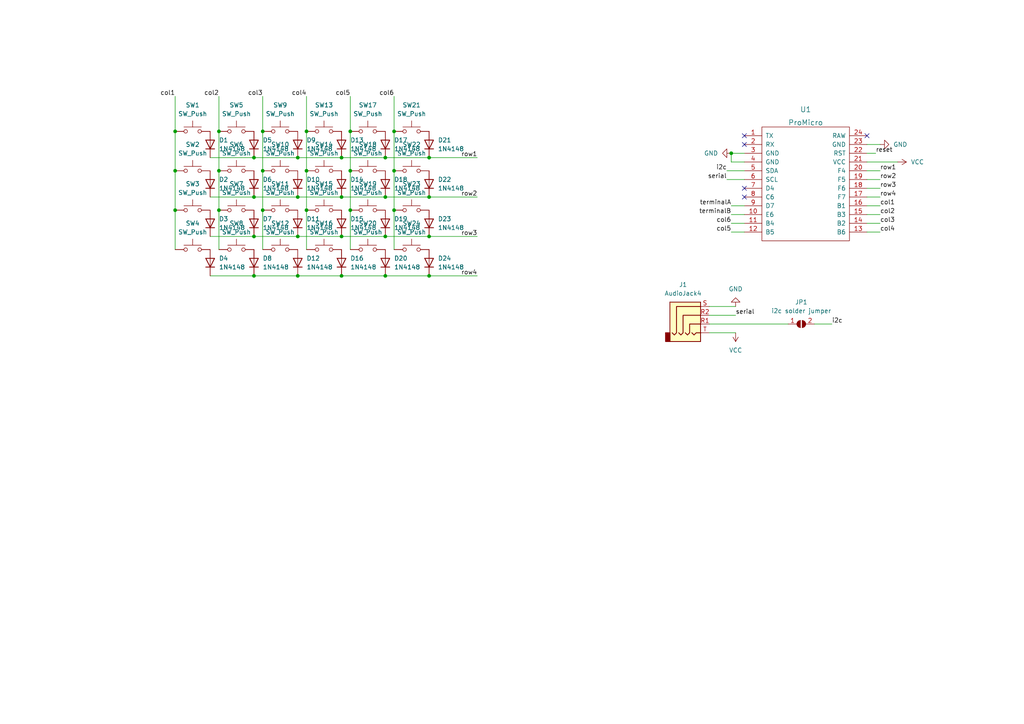
<source format=kicad_sch>
(kicad_sch (version 20211123) (generator eeschema)
  (paper "A4")
  (lib_symbols
    (symbol "Connector:AudioJack4"
      (property "Reference" "J" (at 0 8.89 0))
      (property "Value" "AudioJack4" (at 0 6.35 0))
      (symbol "AudioJack4_0_1"
        (rectangle (start -6.35 -5.08) (end -7.62 -7.62) (stroke (width 0.254)) (fill (type outline)))
        (polyline (pts (xy 0 -5.08) (xy 0.635 -5.715) (xy 1.27 -5.08) (xy 2.54 -5.08)) (stroke (width 0.254)))
        (polyline (pts (xy -5.715 -5.08) (xy -5.08 -5.715) (xy -4.445 -5.08) (xy -4.445 2.54) (xy 2.54 2.54)) (stroke (width 0.254)))
        (polyline (pts (xy -1.905 -5.08) (xy -1.27 -5.715) (xy -0.635 -5.08) (xy -0.635 -2.54) (xy 2.54 -2.54)) (stroke (width 0.254)))
        (polyline (pts (xy 2.54 0) (xy -2.54 0) (xy -2.54 -5.08) (xy -3.175 -5.715) (xy -3.81 -5.08)) (stroke (width 0.254)))
        (rectangle (start 2.54 3.81) (end -6.35 -7.62) (stroke (width 0.254)) (fill (type background)))
      )
      (symbol "AudioJack4_1_1"
        (pin passive line (at 5.08 -2.54 180) (length 2.54) (name "~") (number "R1"))
        (pin passive line (at 5.08 0 180) (length 2.54) (name "~") (number "R2"))
        (pin passive line (at 5.08 2.54 180) (length 2.54) (name "~") (number "S"))
        (pin passive line (at 5.08 -5.08 180) (length 2.54) (name "~") (number "T"))
      )
    )
    (symbol "Diode:1N4148" (pin_numbers hide) (pin_names (offset 1.016) hide)
      (property "Reference" "D" (at 0 2.54 0))
      (property "Value" "1N4148" (at 0 -2.54 0))
      (symbol "1N4148_0_1"
        (polyline (pts (xy -1.27 1.27) (xy -1.27 -1.27)) (stroke (width 0.254)))
        (polyline (pts (xy 1.27 0) (xy -1.27 0)))
        (polyline (pts (xy 1.27 1.27) (xy 1.27 -1.27) (xy -1.27 0) (xy 1.27 1.27)) (stroke (width 0.254)))
      )
      (symbol "1N4148_1_1"
        (pin passive line (at -3.81 0 0) (length 2.54) (name "K") (number "1"))
        (pin passive line (at 3.81 0 180) (length 2.54) (name "A") (number "2"))
      )
    )
    (symbol "Jumper:SolderJumper_2_Open" (pin_names (offset 0) hide)
      (property "Reference" "JP" (at 0 2.032 0))
      (property "Value" "SolderJumper_2_Open" (at 0 -2.54 0))
      (symbol "SolderJumper_2_Open_0_1"
        (arc (start -0.254 1.016) (mid -1.27 0) (end -0.254 -1.016))
        (arc (start -0.254 1.016) (mid -1.27 0) (end -0.254 -1.016) (fill (type outline)))
        (polyline (pts (xy -0.254 1.016) (xy -0.254 -1.016)))
        (polyline (pts (xy 0.254 1.016) (xy 0.254 -1.016)))
        (arc (start 0.254 -1.016) (mid 1.27 0) (end 0.254 1.016))
        (arc (start 0.254 -1.016) (mid 1.27 0) (end 0.254 1.016) (fill (type outline)))
      )
      (symbol "SolderJumper_2_Open_1_1"
        (pin passive line (at -3.81 0 0) (length 2.54) (name "A") (number "1"))
        (pin passive line (at 3.81 0 180) (length 2.54) (name "B") (number "2"))
      )
    )
    (symbol "Switch:SW_Push" (pin_numbers hide) (pin_names (offset 1.016) hide)
      (property "Reference" "SW" (at 1.27 2.54 0))
      (property "Value" "SW_Push" (at 0 -1.524 0))
      (symbol "SW_Push_0_1"
        (circle (center -2.032 0) (radius 0.508))
        (polyline (pts (xy 0 1.27) (xy 0 3.048)))
        (polyline (pts (xy 2.54 1.27) (xy -2.54 1.27)))
        (circle (center 2.032 0) (radius 0.508))
        (pin passive line (at -5.08 0 0) (length 2.54) (name "1") (number "1"))
        (pin passive line (at 5.08 0 180) (length 2.54) (name "2") (number "2"))
      )
    )
    (symbol "notus:ProMicro" (pin_names (offset 1.016))
      (property "Reference" "U" (at 0 24.13 0))
      (property "Value" "ProMicro" (at 0 -13.97 0))
      (symbol "ProMicro_0_1"
        (rectangle (start -12.7 21.59) (end 12.7 -11.43))
      )
      (symbol "ProMicro_1_1"
        (pin bidirectional line (at -17.78 19.05 0) (length 5.08) (name "TX") (number "1"))
        (pin bidirectional line (at -17.78 -3.81 0) (length 5.08) (name "E6") (number "10"))
        (pin bidirectional line (at -17.78 -6.35 0) (length 5.08) (name "B4") (number "11"))
        (pin bidirectional line (at -17.78 -8.89 0) (length 5.08) (name "B5") (number "12"))
        (pin bidirectional line (at 17.78 -8.89 180) (length 5.08) (name "B6") (number "13"))
        (pin bidirectional line (at 17.78 -6.35 180) (length 5.08) (name "B2") (number "14"))
        (pin bidirectional line (at 17.78 -3.81 180) (length 5.08) (name "B3") (number "15"))
        (pin bidirectional line (at 17.78 -1.27 180) (length 5.08) (name "B1") (number "16"))
        (pin bidirectional line (at 17.78 1.27 180) (length 5.08) (name "F7") (number "17"))
        (pin bidirectional line (at 17.78 3.81 180) (length 5.08) (name "F6") (number "18"))
        (pin bidirectional line (at 17.78 6.35 180) (length 5.08) (name "F5") (number "19"))
        (pin bidirectional line (at -17.78 16.51 0) (length 5.08) (name "RX") (number "2"))
        (pin bidirectional line (at 17.78 8.89 180) (length 5.08) (name "F4") (number "20"))
        (pin power_in line (at 17.78 11.43 180) (length 5.08) (name "VCC") (number "21"))
        (pin input line (at 17.78 13.97 180) (length 5.08) (name "RST") (number "22"))
        (pin power_in line (at 17.78 16.51 180) (length 5.08) (name "GND") (number "23"))
        (pin power_out line (at 17.78 19.05 180) (length 5.08) (name "RAW") (number "24"))
        (pin power_in line (at -17.78 13.97 0) (length 5.08) (name "GND") (number "3"))
        (pin power_in line (at -17.78 11.43 0) (length 5.08) (name "GND") (number "4"))
        (pin bidirectional line (at -17.78 8.89 0) (length 5.08) (name "SDA") (number "5"))
        (pin bidirectional line (at -17.78 6.35 0) (length 5.08) (name "SCL") (number "6"))
        (pin bidirectional line (at -17.78 3.81 0) (length 5.08) (name "D4") (number "7"))
        (pin bidirectional line (at -17.78 1.27 0) (length 5.08) (name "C6") (number "8"))
        (pin bidirectional line (at -17.78 -1.27 0) (length 5.08) (name "D7") (number "9"))
      )
    )
    (symbol "power:GND" (power) (pin_names (offset 0))
      (property "Value" "GND" (at 0 -3.81 0))
      (symbol "GND_0_1"
        (polyline (pts (xy 0 0) (xy 0 -1.27) (xy 1.27 -1.27) (xy 0 -2.54) (xy -1.27 -1.27) (xy 0 -1.27)))
      )
      (symbol "GND_1_1"
        (pin power_in line (at 0 0 270) (length 0) hide (name "GND") (number "1"))
      )
    )
    (symbol "power:VCC" (power) (pin_names (offset 0))
      (property "Value" "VCC" (at 0 3.81 0))
      (symbol "VCC_0_1"
        (polyline (pts (xy -0.762 1.27) (xy 0 2.54)))
        (polyline (pts (xy 0 0) (xy 0 2.54)))
        (polyline (pts (xy 0 2.54) (xy 0.762 1.27)))
      )
      (symbol "VCC_1_1"
        (pin power_in line (at 0 0 90) (length 0) hide (name "VCC") (number "1"))
      )
    )
  )
  (junction (at 88.9 49.53))
  (junction (at 114.3 38.1))
  (junction (at 76.2 38.1))
  (junction (at 50.8 38.1))
  (junction (at 124.46 57.15))
  (junction (at 101.6 49.53))
  (junction (at 111.76 45.72))
  (junction (at 88.9 60.96))
  (junction (at 111.76 57.15))
  (junction (at 86.36 45.72))
  (junction (at 50.8 60.96))
  (junction (at 86.36 68.58))
  (junction (at 76.2 60.96))
  (junction (at 99.06 45.72))
  (junction (at 101.6 60.96))
  (junction (at 73.66 80.01))
  (junction (at 86.36 80.01))
  (junction (at 76.2 49.53))
  (junction (at 111.76 68.58))
  (junction (at 99.06 68.58))
  (junction (at 111.76 80.01))
  (junction (at 88.9 38.1))
  (junction (at 99.06 57.15))
  (junction (at 73.66 45.72))
  (junction (at 73.66 57.15))
  (junction (at 124.46 68.58))
  (junction (at 73.66 68.58))
  (junction (at 212.09 44.45))
  (junction (at 114.3 60.96))
  (junction (at 50.8 49.53))
  (junction (at 124.46 80.01))
  (junction (at 124.46 45.72))
  (junction (at 63.5 38.1))
  (junction (at 114.3 49.53))
  (junction (at 101.6 38.1))
  (junction (at 86.36 57.15))
  (junction (at 99.06 80.01))
  (junction (at 63.5 60.96))
  (junction (at 63.5 49.53))
  (no_connect (at 215.9 57.15))
  (no_connect (at 215.9 54.61))
  (no_connect (at 215.9 39.37))
  (no_connect (at 215.9 41.91))
  (no_connect (at 251.46 39.37))
  (wire (pts (xy 210.82 49.53) (xy 215.9 49.53)))
  (wire (pts (xy 99.06 45.72) (xy 111.76 45.72)))
  (wire (pts (xy 251.46 44.45) (xy 254 44.45)))
  (wire (pts (xy 101.6 38.1) (xy 101.6 49.53)))
  (wire (pts (xy 210.82 52.07) (xy 215.9 52.07)))
  (wire (pts (xy 114.3 27.94) (xy 114.3 38.1)))
  (wire (pts (xy 111.76 45.72) (xy 124.46 45.72)))
  (wire (pts (xy 88.9 60.96) (xy 88.9 72.39)))
  (wire (pts (xy 86.36 57.15) (xy 99.06 57.15)))
  (wire (pts (xy 86.36 80.01) (xy 99.06 80.01)))
  (wire (pts (xy 63.5 38.1) (xy 63.5 49.53)))
  (wire (pts (xy 251.46 64.77) (xy 255.27 64.77)))
  (wire (pts (xy 88.9 27.94) (xy 88.9 38.1)))
  (wire (pts (xy 111.76 80.01) (xy 124.46 80.01)))
  (wire (pts (xy 50.8 49.53) (xy 50.8 60.96)))
  (wire (pts (xy 63.5 49.53) (xy 63.5 60.96)))
  (wire (pts (xy 212.09 64.77) (xy 215.9 64.77)))
  (wire (pts (xy 99.06 80.01) (xy 111.76 80.01)))
  (wire (pts (xy 236.22 93.98) (xy 241.3 93.98)))
  (wire (pts (xy 124.46 45.72) (xy 138.43 45.72)))
  (wire (pts (xy 76.2 60.96) (xy 76.2 72.39)))
  (wire (pts (xy 73.66 57.15) (xy 86.36 57.15)))
  (wire (pts (xy 101.6 60.96) (xy 101.6 72.39)))
  (wire (pts (xy 124.46 57.15) (xy 138.43 57.15)))
  (wire (pts (xy 88.9 49.53) (xy 88.9 60.96)))
  (wire (pts (xy 114.3 38.1) (xy 114.3 49.53)))
  (wire (pts (xy 251.46 59.69) (xy 255.27 59.69)))
  (wire (pts (xy 76.2 27.94) (xy 76.2 38.1)))
  (wire (pts (xy 251.46 62.23) (xy 255.27 62.23)))
  (wire (pts (xy 212.09 67.31) (xy 215.9 67.31)))
  (wire (pts (xy 215.9 46.99) (xy 212.09 46.99)))
  (wire (pts (xy 99.06 57.15) (xy 111.76 57.15)))
  (wire (pts (xy 111.76 57.15) (xy 124.46 57.15)))
  (wire (pts (xy 76.2 38.1) (xy 76.2 49.53)))
  (wire (pts (xy 251.46 49.53) (xy 255.27 49.53)))
  (wire (pts (xy 205.74 96.52) (xy 213.36 96.52)))
  (wire (pts (xy 124.46 80.01) (xy 138.43 80.01)))
  (wire (pts (xy 50.8 27.94) (xy 50.8 38.1)))
  (wire (pts (xy 60.96 80.01) (xy 73.66 80.01)))
  (wire (pts (xy 212.09 62.23) (xy 215.9 62.23)))
  (wire (pts (xy 76.2 49.53) (xy 76.2 60.96)))
  (wire (pts (xy 124.46 68.58) (xy 138.43 68.58)))
  (wire (pts (xy 114.3 49.53) (xy 114.3 60.96)))
  (wire (pts (xy 251.46 67.31) (xy 255.27 67.31)))
  (wire (pts (xy 251.46 52.07) (xy 255.27 52.07)))
  (wire (pts (xy 73.66 80.01) (xy 86.36 80.01)))
  (wire (pts (xy 60.96 45.72) (xy 73.66 45.72)))
  (wire (pts (xy 101.6 49.53) (xy 101.6 60.96)))
  (wire (pts (xy 73.66 68.58) (xy 86.36 68.58)))
  (wire (pts (xy 99.06 68.58) (xy 111.76 68.58)))
  (wire (pts (xy 114.3 60.96) (xy 114.3 72.39)))
  (wire (pts (xy 111.76 68.58) (xy 124.46 68.58)))
  (wire (pts (xy 205.74 88.9) (xy 213.36 88.9)))
  (wire (pts (xy 101.6 27.94) (xy 101.6 38.1)))
  (wire (pts (xy 60.96 68.58) (xy 73.66 68.58)))
  (wire (pts (xy 86.36 68.58) (xy 99.06 68.58)))
  (wire (pts (xy 73.66 45.72) (xy 86.36 45.72)))
  (wire (pts (xy 63.5 27.94) (xy 63.5 38.1)))
  (wire (pts (xy 212.09 44.45) (xy 215.9 44.45)))
  (wire (pts (xy 251.46 57.15) (xy 255.27 57.15)))
  (wire (pts (xy 212.09 59.69) (xy 215.9 59.69)))
  (wire (pts (xy 251.46 54.61) (xy 255.27 54.61)))
  (wire (pts (xy 88.9 38.1) (xy 88.9 49.53)))
  (wire (pts (xy 251.46 41.91) (xy 255.27 41.91)))
  (wire (pts (xy 205.74 93.98) (xy 228.6 93.98)))
  (wire (pts (xy 205.74 91.44) (xy 213.36 91.44)))
  (wire (pts (xy 50.8 38.1) (xy 50.8 49.53)))
  (wire (pts (xy 251.46 46.99) (xy 260.35 46.99)))
  (wire (pts (xy 60.96 57.15) (xy 73.66 57.15)))
  (wire (pts (xy 86.36 45.72) (xy 99.06 45.72)))
  (wire (pts (xy 50.8 60.96) (xy 50.8 72.39)))
  (wire (pts (xy 63.5 60.96) (xy 63.5 72.39)))
  (wire (pts (xy 212.09 46.99) (xy 212.09 44.45)))
  (label "col3" (at 255.27 64.77 0))
  (label "row2" (at 138.43 57.15 180))
  (label "col5" (at 101.6 27.94 180))
  (label "col4" (at 88.9 27.94 180))
  (label "col6" (at 114.3 27.94 180))
  (label "col6" (at 212.09 64.77 180))
  (label "col1" (at 50.8 27.94 180))
  (label "serial" (at 213.36 91.44 0))
  (label "col5" (at 212.09 67.31 180))
  (label "row3" (at 138.43 68.58 180))
  (label "row4" (at 138.43 80.01 180))
  (label "row1" (at 138.43 45.72 180))
  (label "col1" (at 255.27 59.69 0))
  (label "serial" (at 210.82 52.07 180))
  (label "row3" (at 255.27 54.61 0))
  (label "terminalA" (at 212.09 59.69 180))
  (label "row1" (at 255.27 49.53 0))
  (label "row2" (at 255.27 52.07 0))
  (label "col2" (at 63.5 27.94 180))
  (label "col2" (at 255.27 62.23 0))
  (label "col4" (at 255.27 67.31 0))
  (label "reset" (at 254 44.45 0))
  (label "col3" (at 76.2 27.94 180))
  (label "terminalB" (at 212.09 62.23 180))
  (label "i2c" (at 241.3 93.98 0))
  (label "row4" (at 255.27 57.15 0))
  (label "i2c" (at 210.82 49.53 180))
  (symbol (lib_id "Switch:SW_Push") (at 119.38 49.53 0) (unit 1)
    (property "Reference" "SW22" (at 119.38 41.91 0))
    (property "Value" "SW_Push" (at 119.38 44.45 0))
  )
  (symbol (lib_id "Diode:1N4148") (at 124.46 76.2 90) (unit 1)
    (property "Reference" "D24" (at 127 74.9299 90) (effects (justify right)))
    (property "Value" "1N4148" (at 127 77.4699 90) (effects (justify right)))
    (property "Footprint" "Diode_THT:D_DO-35_SOD27_P7.62mm_Horizontal" (effects hide))
    (property "Datasheet" "https://assets.nexperia.com/documents/data-sheet/1N4148_1N4448.pdf" (effects hide))
  )
  (symbol (lib_id "Switch:SW_Push") (at 68.58 60.96 0) (unit 1)
    (property "Reference" "SW7" (at 68.58 53.34 0))
    (property "Value" "SW_Push" (at 68.58 55.88 0))
  )
  (symbol (lib_id "power:GND") (at 212.09 44.45 270) (unit 1)
    (property "Reference" "#PWR0105" (effects hide))
    (property "Value" "GND" (at 208.28 44.4499 90) (effects (justify right)))
  )
  (symbol (lib_id "Switch:SW_Push") (at 119.38 72.39 0) (unit 1)
    (property "Reference" "SW24" (at 119.38 64.77 0))
    (property "Value" "SW_Push" (at 119.38 67.31 0))
  )
  (symbol (lib_id "Switch:SW_Push") (at 106.68 49.53 0) (unit 1)
    (property "Reference" "SW18" (at 106.68 41.91 0))
    (property "Value" "SW_Push" (at 106.68 44.45 0))
  )
  (symbol (lib_id "Diode:1N4148") (at 86.36 64.77 90) (unit 1)
    (property "Reference" "D11" (at 88.9 63.4999 90) (effects (justify right)))
    (property "Value" "1N4148" (at 88.9 66.0399 90) (effects (justify right)))
    (property "Footprint" "Diode_THT:D_DO-35_SOD27_P7.62mm_Horizontal" (effects hide))
    (property "Datasheet" "https://assets.nexperia.com/documents/data-sheet/1N4148_1N4448.pdf" (effects hide))
  )
  (symbol (lib_id "Jumper:SolderJumper_2_Open") (at 232.41 93.98 0) (unit 1)
    (property "Reference" "JP1" (at 232.41 87.63 0))
    (property "Value" "i2c solder jumper" (at 232.41 90.17 0))
  )
  (symbol (lib_id "Diode:1N4148") (at 60.96 64.77 90) (unit 1)
    (property "Reference" "D3" (at 63.5 63.4999 90) (effects (justify right)))
    (property "Value" "1N4148" (at 63.5 66.0399 90) (effects (justify right)))
    (property "Footprint" "Diode_THT:D_DO-35_SOD27_P7.62mm_Horizontal" (effects hide))
    (property "Datasheet" "https://assets.nexperia.com/documents/data-sheet/1N4148_1N4448.pdf" (effects hide))
  )
  (symbol (lib_id "Diode:1N4148") (at 124.46 64.77 90) (unit 1)
    (property "Reference" "D23" (at 127 63.4999 90) (effects (justify right)))
    (property "Value" "1N4148" (at 127 66.0399 90) (effects (justify right)))
    (property "Footprint" "Diode_THT:D_DO-35_SOD27_P7.62mm_Horizontal" (effects hide))
    (property "Datasheet" "https://assets.nexperia.com/documents/data-sheet/1N4148_1N4448.pdf" (effects hide))
  )
  (symbol (lib_id "Diode:1N4148") (at 124.46 53.34 90) (unit 1)
    (property "Reference" "D22" (at 127 52.0699 90) (effects (justify right)))
    (property "Value" "1N4148" (at 127 54.6099 90) (effects (justify right)))
    (property "Footprint" "Diode_THT:D_DO-35_SOD27_P7.62mm_Horizontal" (effects hide))
    (property "Datasheet" "https://assets.nexperia.com/documents/data-sheet/1N4148_1N4448.pdf" (effects hide))
  )
  (symbol (lib_id "Switch:SW_Push") (at 106.68 38.1 0) (unit 1)
    (property "Reference" "SW17" (at 106.68 30.48 0))
    (property "Value" "SW_Push" (at 106.68 33.02 0))
  )
  (symbol (lib_id "Diode:1N4148") (at 111.76 76.2 90) (unit 1)
    (property "Reference" "D20" (at 114.3 74.9299 90) (effects (justify right)))
    (property "Value" "1N4148" (at 114.3 77.4699 90) (effects (justify right)))
    (property "Footprint" "Diode_THT:D_DO-35_SOD27_P7.62mm_Horizontal" (effects hide))
    (property "Datasheet" "https://assets.nexperia.com/documents/data-sheet/1N4148_1N4448.pdf" (effects hide))
  )
  (symbol (lib_id "Switch:SW_Push") (at 93.98 60.96 0) (unit 1)
    (property "Reference" "SW15" (at 93.98 53.34 0))
    (property "Value" "SW_Push" (at 93.98 55.88 0))
  )
  (symbol (lib_id "Switch:SW_Push") (at 55.88 38.1 0) (unit 1)
    (property "Reference" "SW1" (at 55.88 30.48 0))
    (property "Value" "SW_Push" (at 55.88 33.02 0))
  )
  (symbol (lib_id "Switch:SW_Push") (at 106.68 72.39 0) (unit 1)
    (property "Reference" "SW20" (at 106.68 64.77 0))
    (property "Value" "SW_Push" (at 106.68 67.31 0))
  )
  (symbol (lib_id "power:GND") (at 213.36 88.9 180) (unit 1)
    (property "Reference" "#PWR0103" (effects hide))
    (property "Value" "GND" (at 213.36 83.82 0))
  )
  (symbol (lib_id "Diode:1N4148") (at 99.06 53.34 90) (unit 1)
    (property "Reference" "D14" (at 101.6 52.0699 90) (effects (justify right)))
    (property "Value" "1N4148" (at 101.6 54.6099 90) (effects (justify right)))
    (property "Footprint" "Diode_THT:D_DO-35_SOD27_P7.62mm_Horizontal" (effects hide))
    (property "Datasheet" "https://assets.nexperia.com/documents/data-sheet/1N4148_1N4448.pdf" (effects hide))
  )
  (symbol (lib_id "Switch:SW_Push") (at 119.38 38.1 0) (unit 1)
    (property "Reference" "SW21" (at 119.38 30.48 0))
    (property "Value" "SW_Push" (at 119.38 33.02 0))
  )
  (symbol (lib_id "power:GND") (at 255.27 41.91 90) (unit 1)
    (property "Reference" "#PWR0102" (effects hide))
    (property "Value" "GND" (at 259.08 41.9099 90) (effects (justify right)))
  )
  (symbol (lib_id "Connector:AudioJack4") (at 200.66 91.44 0) (unit 1)
    (property "Reference" "J1" (at 198.12 82.55 0))
    (property "Value" "AudioJack4" (at 198.12 85.09 0))
  )
  (symbol (lib_id "Switch:SW_Push") (at 93.98 49.53 0) (unit 1)
    (property "Reference" "SW14" (at 93.98 41.91 0))
    (property "Value" "SW_Push" (at 93.98 44.45 0))
  )
  (symbol (lib_id "Switch:SW_Push") (at 68.58 49.53 0) (unit 1)
    (property "Reference" "SW6" (at 68.58 41.91 0))
    (property "Value" "SW_Push" (at 68.58 44.45 0))
  )
  (symbol (lib_id "power:VCC") (at 213.36 96.52 180) (unit 1)
    (property "Reference" "#PWR0104" (effects hide))
    (property "Value" "VCC" (at 213.36 101.6 0))
  )
  (symbol (lib_id "Diode:1N4148") (at 111.76 41.91 90) (unit 1)
    (property "Reference" "D17" (at 114.3 40.6399 90) (effects (justify right)))
    (property "Value" "1N4148" (at 114.3 43.1799 90) (effects (justify right)))
    (property "Footprint" "Diode_THT:D_DO-35_SOD27_P7.62mm_Horizontal" (effects hide))
    (property "Datasheet" "https://assets.nexperia.com/documents/data-sheet/1N4148_1N4448.pdf" (effects hide))
  )
  (symbol (lib_id "Switch:SW_Push") (at 55.88 60.96 0) (unit 1)
    (property "Reference" "SW3" (at 55.88 53.34 0))
    (property "Value" "SW_Push" (at 55.88 55.88 0))
  )
  (symbol (lib_id "Diode:1N4148") (at 60.96 53.34 90) (unit 1)
    (property "Reference" "D2" (at 63.5 52.0699 90) (effects (justify right)))
    (property "Value" "1N4148" (at 63.5 54.6099 90) (effects (justify right)))
    (property "Footprint" "Diode_THT:D_DO-35_SOD27_P7.62mm_Horizontal" (effects hide))
    (property "Datasheet" "https://assets.nexperia.com/documents/data-sheet/1N4148_1N4448.pdf" (effects hide))
  )
  (symbol (lib_id "Diode:1N4148") (at 86.36 76.2 90) (unit 1)
    (property "Reference" "D12" (at 88.9 74.9299 90) (effects (justify right)))
    (property "Value" "1N4148" (at 88.9 77.4699 90) (effects (justify right)))
    (property "Footprint" "Diode_THT:D_DO-35_SOD27_P7.62mm_Horizontal" (effects hide))
    (property "Datasheet" "https://assets.nexperia.com/documents/data-sheet/1N4148_1N4448.pdf" (effects hide))
  )
  (symbol (lib_id "Switch:SW_Push") (at 93.98 72.39 0) (unit 1)
    (property "Reference" "SW16" (at 93.98 64.77 0))
    (property "Value" "SW_Push" (at 93.98 67.31 0))
  )
  (symbol (lib_id "Switch:SW_Push") (at 68.58 72.39 0) (unit 1)
    (property "Reference" "SW8" (at 68.58 64.77 0))
    (property "Value" "SW_Push" (at 68.58 67.31 0))
  )
  (symbol (lib_id "notus:ProMicro") (at 233.68 58.42 0) (unit 1)
    (property "Reference" "U1" (at 233.68 31.75 0) (effects (font (size 1.524 1.524))))
    (property "Value" "ProMicro" (at 233.68 35.56 0) (effects (font (size 1.524 1.524))))
  )
  (symbol (lib_id "Switch:SW_Push") (at 106.68 60.96 0) (unit 1)
    (property "Reference" "SW19" (at 106.68 53.34 0))
    (property "Value" "SW_Push" (at 106.68 55.88 0))
  )
  (symbol (lib_id "Diode:1N4148") (at 73.66 41.91 90) (unit 1)
    (property "Reference" "D5" (at 76.2 40.6399 90) (effects (justify right)))
    (property "Value" "1N4148" (at 76.2 43.1799 90) (effects (justify right)))
    (property "Footprint" "Diode_THT:D_DO-35_SOD27_P7.62mm_Horizontal" (effects hide))
    (property "Datasheet" "https://assets.nexperia.com/documents/data-sheet/1N4148_1N4448.pdf" (effects hide))
  )
  (symbol (lib_id "Switch:SW_Push") (at 81.28 38.1 0) (unit 1)
    (property "Reference" "SW9" (at 81.28 30.48 0))
    (property "Value" "SW_Push" (at 81.28 33.02 0))
  )
  (symbol (lib_id "Switch:SW_Push") (at 81.28 72.39 0) (unit 1)
    (property "Reference" "SW12" (at 81.28 64.77 0))
    (property "Value" "SW_Push" (at 81.28 67.31 0))
  )
  (symbol (lib_id "Diode:1N4148") (at 86.36 41.91 90) (unit 1)
    (property "Reference" "D9" (at 88.9 40.6399 90) (effects (justify right)))
    (property "Value" "1N4148" (at 88.9 43.1799 90) (effects (justify right)))
    (property "Footprint" "Diode_THT:D_DO-35_SOD27_P7.62mm_Horizontal" (effects hide))
    (property "Datasheet" "https://assets.nexperia.com/documents/data-sheet/1N4148_1N4448.pdf" (effects hide))
  )
  (symbol (lib_id "Diode:1N4148") (at 99.06 64.77 90) (unit 1)
    (property "Reference" "D15" (at 101.6 63.4999 90) (effects (justify right)))
    (property "Value" "1N4148" (at 101.6 66.0399 90) (effects (justify right)))
    (property "Footprint" "Diode_THT:D_DO-35_SOD27_P7.62mm_Horizontal" (effects hide))
    (property "Datasheet" "https://assets.nexperia.com/documents/data-sheet/1N4148_1N4448.pdf" (effects hide))
  )
  (symbol (lib_id "Diode:1N4148") (at 99.06 41.91 90) (unit 1)
    (property "Reference" "D13" (at 101.6 40.6399 90) (effects (justify right)))
    (property "Value" "1N4148" (at 101.6 43.1799 90) (effects (justify right)))
    (property "Footprint" "Diode_THT:D_DO-35_SOD27_P7.62mm_Horizontal" (effects hide))
    (property "Datasheet" "https://assets.nexperia.com/documents/data-sheet/1N4148_1N4448.pdf" (effects hide))
  )
  (symbol (lib_id "Diode:1N4148") (at 73.66 76.2 90) (unit 1)
    (property "Reference" "D8" (at 76.2 74.9299 90) (effects (justify right)))
    (property "Value" "1N4148" (at 76.2 77.4699 90) (effects (justify right)))
    (property "Footprint" "Diode_THT:D_DO-35_SOD27_P7.62mm_Horizontal" (effects hide))
    (property "Datasheet" "https://assets.nexperia.com/documents/data-sheet/1N4148_1N4448.pdf" (effects hide))
  )
  (symbol (lib_id "Diode:1N4148") (at 111.76 53.34 90) (unit 1)
    (property "Reference" "D18" (at 114.3 52.0699 90) (effects (justify right)))
    (property "Value" "1N4148" (at 114.3 54.6099 90) (effects (justify right)))
    (property "Footprint" "Diode_THT:D_DO-35_SOD27_P7.62mm_Horizontal" (effects hide))
    (property "Datasheet" "https://assets.nexperia.com/documents/data-sheet/1N4148_1N4448.pdf" (effects hide))
  )
  (symbol (lib_id "Diode:1N4148") (at 124.46 41.91 90) (unit 1)
    (property "Reference" "D21" (at 127 40.6399 90) (effects (justify right)))
    (property "Value" "1N4148" (at 127 43.1799 90) (effects (justify right)))
    (property "Footprint" "Diode_THT:D_DO-35_SOD27_P7.62mm_Horizontal" (effects hide))
    (property "Datasheet" "https://assets.nexperia.com/documents/data-sheet/1N4148_1N4448.pdf" (effects hide))
  )
  (symbol (lib_id "Switch:SW_Push") (at 68.58 38.1 0) (unit 1)
    (property "Reference" "SW5" (at 68.58 30.48 0))
    (property "Value" "SW_Push" (at 68.58 33.02 0))
  )
  (symbol (lib_id "Diode:1N4148") (at 111.76 64.77 90) (unit 1)
    (property "Reference" "D19" (at 114.3 63.4999 90) (effects (justify right)))
    (property "Value" "1N4148" (at 114.3 66.0399 90) (effects (justify right)))
    (property "Footprint" "Diode_THT:D_DO-35_SOD27_P7.62mm_Horizontal" (effects hide))
    (property "Datasheet" "https://assets.nexperia.com/documents/data-sheet/1N4148_1N4448.pdf" (effects hide))
  )
  (symbol (lib_id "Diode:1N4148") (at 60.96 41.91 90) (unit 1)
    (property "Reference" "D1" (at 63.5 40.6399 90) (effects (justify right)))
    (property "Value" "1N4148" (at 63.5 43.1799 90) (effects (justify right)))
    (property "Footprint" "Diode_THT:D_DO-35_SOD27_P7.62mm_Horizontal" (effects hide))
    (property "Datasheet" "https://assets.nexperia.com/documents/data-sheet/1N4148_1N4448.pdf" (effects hide))
  )
  (symbol (lib_id "Diode:1N4148") (at 99.06 76.2 90) (unit 1)
    (property "Reference" "D16" (at 101.6 74.9299 90) (effects (justify right)))
    (property "Value" "1N4148" (at 101.6 77.4699 90) (effects (justify right)))
    (property "Footprint" "Diode_THT:D_DO-35_SOD27_P7.62mm_Horizontal" (effects hide))
    (property "Datasheet" "https://assets.nexperia.com/documents/data-sheet/1N4148_1N4448.pdf" (effects hide))
  )
  (symbol (lib_id "Switch:SW_Push") (at 93.98 38.1 0) (unit 1)
    (property "Reference" "SW13" (at 93.98 30.48 0))
    (property "Value" "SW_Push" (at 93.98 33.02 0))
  )
  (symbol (lib_id "Switch:SW_Push") (at 119.38 60.96 0) (unit 1)
    (property "Reference" "SW23" (at 119.38 53.34 0))
    (property "Value" "SW_Push" (at 119.38 55.88 0))
  )
  (symbol (lib_id "Diode:1N4148") (at 86.36 53.34 90) (unit 1)
    (property "Reference" "D10" (at 88.9 52.0699 90) (effects (justify right)))
    (property "Value" "1N4148" (at 88.9 54.6099 90) (effects (justify right)))
    (property "Footprint" "Diode_THT:D_DO-35_SOD27_P7.62mm_Horizontal" (effects hide))
    (property "Datasheet" "https://assets.nexperia.com/documents/data-sheet/1N4148_1N4448.pdf" (effects hide))
  )
  (symbol (lib_id "Diode:1N4148") (at 60.96 76.2 90) (unit 1)
    (property "Reference" "D4" (at 63.5 74.9299 90) (effects (justify right)))
    (property "Value" "1N4148" (at 63.5 77.4699 90) (effects (justify right)))
    (property "Footprint" "Diode_THT:D_DO-35_SOD27_P7.62mm_Horizontal" (effects hide))
    (property "Datasheet" "https://assets.nexperia.com/documents/data-sheet/1N4148_1N4448.pdf" (effects hide))
  )
  (symbol (lib_id "Diode:1N4148") (at 73.66 53.34 90) (unit 1)
    (property "Reference" "D6" (at 76.2 52.0699 90) (effects (justify right)))
    (property "Value" "1N4148" (at 76.2 54.6099 90) (effects (justify right)))
    (property "Footprint" "Diode_THT:D_DO-35_SOD27_P7.62mm_Horizontal" (effects hide))
    (property "Datasheet" "https://assets.nexperia.com/documents/data-sheet/1N4148_1N4448.pdf" (effects hide))
  )
  (symbol (lib_id "power:VCC") (at 260.35 46.99 270) (unit 1)
    (property "Reference" "#PWR0101" (effects hide))
    (property "Value" "VCC" (at 264.16 46.9899 90) (effects (justify left)))
  )
  (symbol (lib_id "Diode:1N4148") (at 73.66 64.77 90) (unit 1)
    (property "Reference" "D7" (at 76.2 63.4999 90) (effects (justify right)))
    (property "Value" "1N4148" (at 76.2 66.0399 90) (effects (justify right)))
    (property "Footprint" "Diode_THT:D_DO-35_SOD27_P7.62mm_Horizontal" (effects hide))
    (property "Datasheet" "https://assets.nexperia.com/documents/data-sheet/1N4148_1N4448.pdf" (effects hide))
  )
  (symbol (lib_id "Switch:SW_Push") (at 81.28 49.53 0) (unit 1)
    (property "Reference" "SW10" (at 81.28 41.91 0))
    (property "Value" "SW_Push" (at 81.28 44.45 0))
  )
  (symbol (lib_id "Switch:SW_Push") (at 81.28 60.96 0) (unit 1)
    (property "Reference" "SW11" (at 81.28 53.34 0))
    (property "Value" "SW_Push" (at 81.28 55.88 0))
  )
  (symbol (lib_id "Switch:SW_Push") (at 55.88 72.39 0) (unit 1)
    (property "Reference" "SW4" (at 55.88 64.77 0))
    (property "Value" "SW_Push" (at 55.88 67.31 0))
  )
  (symbol (lib_id "Switch:SW_Push") (at 55.88 49.53 0) (unit 1)
    (property "Reference" "SW2" (at 55.88 41.91 0))
    (property "Value" "SW_Push" (at 55.88 44.45 0))
  )
)
</source>
